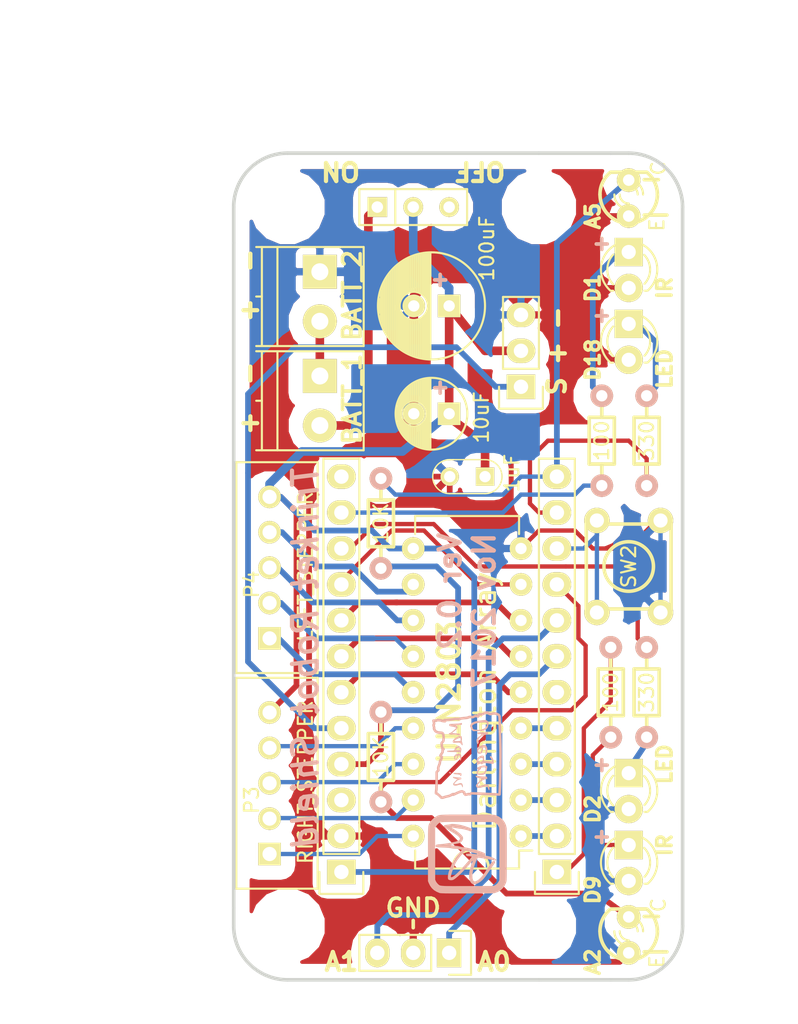
<source format=kicad_pcb>
(kicad_pcb (version 4) (host pcbnew 4.0.7)
  (title_block (title "OSH Park Badge") (company www.MakersBox.us) (comment 1 "K. Olsen"))
  (layers (0 F.Cu signal) (31 B.Cu signal) (34 B.Paste user) (35 F.Paste user) (36 B.SilkS user) (37 F.SilkS user) (38 B.Mask user) (39 F.Mask user) (44 Edge.Cuts user))
  (net 0 "")
  (net 1 GND)
  (net 2 /VBAT)
  (net 3 /D10)
  (net 4 /D11)
  (net 5 /D12)
  (net 6 /D13)
  (net 7 /D8)
  (net 8 /D4)
  (net 9 /D3)
  (net 10 "Net-(P3-Pad2)")
  (net 11 "Net-(P3-Pad1)")
  (net 12 "Net-(P4-Pad2)")
  (net 13 "Net-(P4-Pad1)")
  (net 14 "Net-(P5-Pad2)")
  (net 15 "Net-(P6-Pad2)")
  (net 16 "Net-(P3-Pad3)")
  (net 17 "Net-(P3-Pad4)")
  (net 18 "Net-(P4-Pad3)")
  (net 19 "Net-(P4-Pad4)")
  (net 20 /A4)
  (net 21 /A5)
  (net 22 /A0)
  (net 23 /A1)
  (net 24 /D6)
  (net 25 /D5)
  (net 26 "Net-(D2-Pad2)")
  (net 27 "Net-(D3-Pad2)")
  (net 28 "Net-(D4-Pad2)")
  (net 29 "Net-(D5-Pad2)")
  (net 30 /D9)
  (net 31 /A2)
  (net 32 /A3)
  (net 33 /3V3)
  (net 34 /D1)
  (net 35 /AREF)
  (net 36 /VBUS)
  (net 37 /D0)
  (net 38 /RST)
  (module myFootPrints:Lego_Pad (layer F.Cu) (at 125.73 114.3)
    (fp_text reference P9 hide)
    (fp_text value CONN_01X01 hide)
    (pad "" np_thru_hole circle (at 0 0) (size 3.25 3.25) (drill 3.25) (layers *.Cu *.Mask))
  )
  (module myFootPrints:Lego_Pad (layer F.Cu) (at 143.51 114.3)
    (fp_text reference P9 hide)
    (fp_text value CONN_01X01 hide)
    (pad "" np_thru_hole circle (at 0 0) (size 3.25 3.25) (drill 3.25) (layers *.Cu *.Mask))
  )
  (module myFootPrints:Lego_Pad (layer F.Cu) (at 143.51 63.5)
    (fp_text reference P9 hide)
    (fp_text value CONN_01X01 hide)
    (pad "" np_thru_hole circle (at 0 0) (size 3.25 3.25) (drill 3.25) (layers *.Cu *.Mask))
  )
  (module myFootPrints:Lego_Pad (layer F.Cu) (at 125.73 63.5)
    (fp_text reference P9 hide)
    (fp_text value CONN_01X01 hide)
    (pad "" np_thru_hole circle (at 0 0) (size 3.25 3.25) (drill 3.25) (layers *.Cu *.Mask))
  )
  (module myFootPrints:MadeInOregonRev25 (layer F.Cu) (at 138.43 102.235 90)
    (fp_text reference VAL hide)
    (fp_text value MadeInOregonRev25 hide)
  )
  (module myFootPrints:MB225rev (layer F.Cu) (at 138.43 109.22 90)
    (fp_text reference VAL hide)
    (fp_text value MB225rev hide)
  )
  (module footprints:C_Radial_D7.5_L11.2_P2.5 (layer F.Cu) (at 137.16 70.485 180)
    (fp_text reference C1 hide)
    (fp_text value 100uF (at -2.667 4.064 270) (layer F.SilkS))
    (pad 2 thru_hole circle (at 2.5 0 180) (size 1.6 1.6) (drill 0.8) (layers *.Cu *.Mask F.SilkS) (net 1 GND))
    (pad 1 thru_hole rect (at 0 0 180) (size 1.6 1.6) (drill 0.8) (layers *.Cu *.Mask F.SilkS) (net 2 /VBAT))
  )
  (module footprints:C_Radial_D5_L11_P2.5 (layer F.Cu) (at 137.16 78.105 180)
    (fp_text reference C2 hide)
    (fp_text value 10uF (at -2.286 -0.254 270) (layer F.SilkS))
    (pad 1 thru_hole rect (at 0 0 180) (size 1.6 1.6) (drill 0.8) (layers *.Cu *.Mask F.SilkS) (net 2 /VBAT))
    (pad 2 thru_hole circle (at 2.5 0 180) (size 1.6 1.6) (drill 0.8) (layers *.Cu *.Mask F.SilkS) (net 1 GND))
  )
  (module footprints:C_Disc_D3_P2.5 (layer F.Cu) (at 139.7 82.55 180)
    (fp_text reference C3 hide)
    (fp_text value 1uF (at -1.905 0.254 270) (layer F.SilkS))
    (pad 1 thru_hole rect (at 0 0 180) (size 1.3 1.3) (drill 0.8) (layers *.Cu *.Mask F.SilkS) (net 2 /VBAT))
    (pad 2 thru_hole circle (at 2.5 0 180) (size 1.3 1.3) (drill 0.8001) (layers *.Cu *.Mask F.SilkS) (net 1 GND))
  )
  (module footprints:LED-3MM (layer F.Cu) (at 149.86 111.125 90)
    (fp_text reference D2 hide)
    (fp_text value IR_LED)
    (pad 1 thru_hole circle (at 0 0 180) (size 2 2) (drill 1.00076) (layers *.Cu *.Mask F.SilkS) (net 1 GND))
    (pad 2 thru_hole rect (at 2.54 0 90) (size 2 2) (drill 1.00076) (layers *.Cu *.Mask F.SilkS) (net 26 "Net-(D2-Pad2)"))
  )
  (module footprints:LED-3MM (layer F.Cu) (at 149.86 74.295 90)
    (fp_text reference D3 hide)
    (fp_text value LED)
    (pad 1 thru_hole circle (at 0 0 180) (size 2 2) (drill 1.00076) (layers *.Cu *.Mask F.SilkS) (net 1 GND))
    (pad 2 thru_hole rect (at 2.54 0 90) (size 2 2) (drill 1.00076) (layers *.Cu *.Mask F.SilkS) (net 27 "Net-(D3-Pad2)"))
  )
  (module footprints:LED-3MM (layer F.Cu) (at 149.86 106.045 90)
    (fp_text reference D4 hide)
    (fp_text value LED)
    (pad 1 thru_hole circle (at 0 0 180) (size 2 2) (drill 1.00076) (layers *.Cu *.Mask F.SilkS) (net 1 GND))
    (pad 2 thru_hole rect (at 2.54 0 90) (size 2 2) (drill 1.00076) (layers *.Cu *.Mask F.SilkS) (net 28 "Net-(D4-Pad2)"))
  )
  (module footprints:LED-3MM (layer F.Cu) (at 149.86 69.215 90)
    (fp_text reference D5 hide)
    (fp_text value "IR LED")
    (pad 1 thru_hole circle (at 0 0 180) (size 2 2) (drill 1.00076) (layers *.Cu *.Mask F.SilkS) (net 1 GND))
    (pad 2 thru_hole rect (at 2.54 0 90) (size 2 2) (drill 1.00076) (layers *.Cu *.Mask F.SilkS) (net 29 "Net-(D5-Pad2)"))
  )
  (module footprints:Pin_Header_Straight_1x12 (layer F.Cu) (at 144.78 110.49 180)
    (fp_text reference P1 hide)
    (fp_text value TRINKET_LEFT)
    (pad 1 thru_hole rect (at 0 0 180) (size 2.032 1.7272) (drill 1.016) (layers *.Cu *.Mask F.SilkS) (net 30 /D9))
    (pad 2 thru_hole oval (at 0 2.54 180) (size 2.032 1.7272) (drill 1.016) (layers *.Cu *.Mask F.SilkS) (net 3 /D10))
    (pad 3 thru_hole oval (at 0 5.08 180) (size 2.032 1.7272) (drill 1.016) (layers *.Cu *.Mask F.SilkS) (net 4 /D11))
    (pad 4 thru_hole oval (at 0 7.62 180) (size 2.032 1.7272) (drill 1.016) (layers *.Cu *.Mask F.SilkS) (net 5 /D12))
    (pad 5 thru_hole oval (at 0 10.16 180) (size 2.032 1.7272) (drill 1.016) (layers *.Cu *.Mask F.SilkS) (net 6 /D13))
    (pad 6 thru_hole oval (at 0 12.7 180) (size 2.032 1.7272) (drill 1.016) (layers *.Cu *.Mask F.SilkS) (net 35 /AREF))
    (pad 7 thru_hole oval (at 0 15.24 180) (size 2.032 1.7272) (drill 1.016) (layers *.Cu *.Mask F.SilkS) (net 22 /A0))
    (pad 8 thru_hole oval (at 0 17.78 180) (size 2.032 1.7272) (drill 1.016) (layers *.Cu *.Mask F.SilkS) (net 23 /A1))
    (pad 9 thru_hole oval (at 0 20.32 180) (size 2.032 1.7272) (drill 1.016) (layers *.Cu *.Mask F.SilkS) (net 31 /A2))
    (pad 10 thru_hole oval (at 0 22.86 180) (size 2.032 1.7272) (drill 1.016) (layers *.Cu *.Mask F.SilkS) (net 32 /A3))
    (pad 11 thru_hole oval (at 0 25.4 180) (size 2.032 1.7272) (drill 1.016) (layers *.Cu *.Mask F.SilkS) (net 20 /A4))
    (pad 12 thru_hole oval (at 0 27.94 180) (size 2.032 1.7272) (drill 1.016) (layers *.Cu *.Mask F.SilkS) (net 21 /A5))
  )
  (module footprints:Pin_Header_Straight_1x12 (layer F.Cu) (at 129.54 110.49 180)
    (fp_text reference P2 hide)
    (fp_text value TRINKET_RIGHT)
    (pad 1 thru_hole rect (at 0 0 180) (size 2.032 1.7272) (drill 1.016) (layers *.Cu *.Mask F.SilkS) (net 2 /VBAT))
    (pad 2 thru_hole oval (at 0 2.54 180) (size 2.032 1.7272) (drill 1.016) (layers *.Cu *.Mask F.SilkS) (net 1 GND))
    (pad 3 thru_hole oval (at 0 5.08 180) (size 2.032 1.7272) (drill 1.016) (layers *.Cu *.Mask F.SilkS) (net 36 /VBUS))
    (pad 4 thru_hole oval (at 0 7.62 180) (size 2.032 1.7272) (drill 1.016) (layers *.Cu *.Mask F.SilkS) (net 33 /3V3))
    (pad 5 thru_hole oval (at 0 10.16 180) (size 2.032 1.7272) (drill 1.016) (layers *.Cu *.Mask F.SilkS) (net 7 /D8))
    (pad 6 thru_hole oval (at 0 12.7 180) (size 2.032 1.7272) (drill 1.016) (layers *.Cu *.Mask F.SilkS) (net 24 /D6))
    (pad 7 thru_hole oval (at 0 15.24 180) (size 2.032 1.7272) (drill 1.016) (layers *.Cu *.Mask F.SilkS) (net 25 /D5))
    (pad 8 thru_hole oval (at 0 17.78 180) (size 2.032 1.7272) (drill 1.016) (layers *.Cu *.Mask F.SilkS) (net 8 /D4))
    (pad 9 thru_hole oval (at 0 20.32 180) (size 2.032 1.7272) (drill 1.016) (layers *.Cu *.Mask F.SilkS) (net 9 /D3))
    (pad 10 thru_hole oval (at 0 22.86 180) (size 2.032 1.7272) (drill 1.016) (layers *.Cu *.Mask F.SilkS) (net 34 /D1))
    (pad 11 thru_hole oval (at 0 25.4 180) (size 2.032 1.7272) (drill 1.016) (layers *.Cu *.Mask F.SilkS) (net 37 /D0))
    (pad 12 thru_hole oval (at 0 27.94 180) (size 2.032 1.7272) (drill 1.016) (layers *.Cu *.Mask F.SilkS) (net 38 /RST))
  )
  (module footprints:Pin_Header_Straight_1x03 (layer F.Cu) (at 142.24 76.2 180)
    (fp_text reference P7 hide)
    (fp_text value SERVO hide)
    (pad 1 thru_hole rect (at 0 0 180) (size 2.032 1.7272) (drill 1.016) (layers *.Cu *.Mask F.SilkS) (net 7 /D8))
    (pad 2 thru_hole oval (at 0 2.54 180) (size 2.032 1.7272) (drill 1.016) (layers *.Cu *.Mask F.SilkS) (net 2 /VBAT))
    (pad 3 thru_hole oval (at 0 5.08 180) (size 2.032 1.7272) (drill 1.016) (layers *.Cu *.Mask F.SilkS) (net 1 GND))
  )
  (module footprints:Pin_Header_Straight_1x03 (layer F.Cu) (at 137.16 116.205 270)
    (fp_text reference P8 hide)
    (fp_text value "A5 - A1" hide)
    (pad 1 thru_hole rect (at 0 0 270) (size 2.032 1.7272) (drill 1.016) (layers *.Cu *.Mask F.SilkS) (net 22 /A0))
    (pad 2 thru_hole oval (at 0 2.54 270) (size 2.032 1.7272) (drill 1.016) (layers *.Cu *.Mask F.SilkS) (net 1 GND))
    (pad 3 thru_hole oval (at 0 5.08 270) (size 2.032 1.7272) (drill 1.016) (layers *.Cu *.Mask F.SilkS) (net 23 /A1))
  )
  (module footprints:PHOTOTRANS (layer F.Cu) (at 149.86 62.865 90)
    (fp_text reference Q1 hide)
    (fp_text value OPTO_NPN hide)
    (fp_text user E (at -1.9 2 90) (layer F.SilkS))
    (fp_text user C (at 2.1 2.1 90) (layer F.SilkS))
    (pad 1 thru_hole circle (at -1.27 0 90) (size 1.6764 1.6764) (drill 0.8128) (layers *.Cu *.Mask F.SilkS) (net 1 GND))
    (pad 3 thru_hole circle (at 1.27 0 135) (size 1.6764 1.6764) (drill 0.8128) (layers *.Cu *.Mask F.SilkS) (net 21 /A5))
  )
  (module footprints:PHOTOTRANS (layer F.Cu) (at 149.86 114.935 90)
    (fp_text reference Q2 hide)
    (fp_text value OPTO_NPN hide)
    (fp_text user E (at -1.9 2 90) (layer F.SilkS))
    (fp_text user C (at 2.1 2.1 90) (layer F.SilkS))
    (pad 1 thru_hole circle (at -1.27 0 90) (size 1.6764 1.6764) (drill 0.8128) (layers *.Cu *.Mask F.SilkS) (net 1 GND))
    (pad 3 thru_hole circle (at 1.27 0 135) (size 1.6764 1.6764) (drill 0.8128) (layers *.Cu *.Mask F.SilkS) (net 31 /A2))
  )
  (module footprints:Resistor_Horz (layer F.Cu) (at 148.59 97.79 270)
    (fp_text reference R2)
    (fp_text value 100 (at 0 0 270) (layer F.SilkS))
    (pad 1 thru_hole circle (at -3.175 0 270) (size 1.6 1.6) (drill 0.8) (layers *.Cu *.SilkS *.Mask) (net 30 /D9))
    (pad 2 thru_hole circle (at 3.175 0 270) (size 1.6 1.6) (drill 0.8) (layers *.Cu *.SilkS *.Mask) (net 26 "Net-(D2-Pad2)"))
  )
  (module footprints:Resistor_Horz (layer F.Cu) (at 151.13 80.01 90)
    (fp_text reference R3)
    (fp_text value 330 (at 0 0 90) (layer F.SilkS))
    (pad 1 thru_hole circle (at -3.175 0 90) (size 1.6 1.6) (drill 0.8) (layers *.Cu *.SilkS *.Mask) (net 20 /A4))
    (pad 2 thru_hole circle (at 3.175 0 90) (size 1.6 1.6) (drill 0.8) (layers *.Cu *.SilkS *.Mask) (net 27 "Net-(D3-Pad2)"))
  )
  (module footprints:Resistor_Horz (layer F.Cu) (at 151.13 97.79 270)
    (fp_text reference R4)
    (fp_text value 330 (at 0 0 270) (layer F.SilkS))
    (pad 1 thru_hole circle (at -3.175 0 270) (size 1.6 1.6) (drill 0.8) (layers *.Cu *.SilkS *.Mask) (net 34 /D1))
    (pad 2 thru_hole circle (at 3.175 0 270) (size 1.6 1.6) (drill 0.8) (layers *.Cu *.SilkS *.Mask) (net 28 "Net-(D4-Pad2)"))
  )
  (module footprints:Resistor_Horz (layer F.Cu) (at 147.955 80.01 90)
    (fp_text reference R5)
    (fp_text value 100 (at 0 0 90) (layer F.SilkS))
    (pad 1 thru_hole circle (at -3.175 0 90) (size 1.6 1.6) (drill 0.8) (layers *.Cu *.SilkS *.Mask) (net 37 /D0))
    (pad 2 thru_hole circle (at 3.175 0 90) (size 1.6 1.6) (drill 0.8) (layers *.Cu *.SilkS *.Mask) (net 29 "Net-(D5-Pad2)"))
  )
  (module footprints:Resistor_Horz (layer F.Cu) (at 132.334 102.362 270)
    (fp_text reference R6)
    (fp_text value 10K (at 0 0 270) (layer F.SilkS))
    (pad 1 thru_hole circle (at -3.175 0 270) (size 1.6 1.6) (drill 0.8) (layers *.Cu *.SilkS *.Mask) (net 33 /3V3))
    (pad 2 thru_hole circle (at 3.175 0 270) (size 1.6 1.6) (drill 0.8) (layers *.Cu *.SilkS *.Mask) (net 31 /A2))
  )
  (module footprints:Resistor_Horz (layer F.Cu) (at 132.334 85.852 90)
    (fp_text reference R7)
    (fp_text value 10K (at 0 0 90) (layer F.SilkS))
    (pad 1 thru_hole circle (at -3.175 0 90) (size 1.6 1.6) (drill 0.8) (layers *.Cu *.SilkS *.Mask) (net 33 /3V3))
    (pad 2 thru_hole circle (at 3.175 0 90) (size 1.6 1.6) (drill 0.8) (layers *.Cu *.SilkS *.Mask) (net 21 /A5))
  )
  (module footprints:SW_Micro_SPST (layer F.Cu) (at 134.62 63.5)
    (fp_text reference SW1 hide)
    (fp_text value SPST)
    (pad 1 thru_hole rect (at -2.54 0) (size 1.397 1.397) (drill 0.8128) (layers *.Cu *.Mask F.SilkS) (net 15 "Net-(P6-Pad2)"))
    (pad 2 thru_hole circle (at 0 0) (size 1.397 1.397) (drill 0.8128) (layers *.Cu *.Mask F.SilkS) (net 2 /VBAT))
    (pad 3 thru_hole circle (at 2.54 0) (size 1.397 1.397) (drill 0.8128) (layers *.Cu *.Mask F.SilkS))
  )
  (module footprints:SW_PUSH_SMALL (layer F.Cu) (at 149.86 88.9 90)
    (fp_text reference SW2 (at 0 0 90) (layer F.SilkS))
    (fp_text value SW_PUSH hide)
    (pad 1 thru_hole circle (at 3.25 -2.25 90) (size 1.8 1.8) (drill 1) (layers *.Cu *.Mask F.SilkS) (net 32 /A3))
    (pad 2 thru_hole circle (at 3.25 2.25 90) (size 1.8 1.8) (drill 1) (layers *.Cu *.Mask F.SilkS) (net 1 GND))
    (pad 1 thru_hole circle (at -3.25 -2.25 90) (size 1.8 1.8) (drill 1) (layers *.Cu *.Mask F.SilkS) (net 32 /A3))
    (pad 2 thru_hole circle (at -3.25 2.25 90) (size 1.8 1.8) (drill 1) (layers *.Cu *.Mask F.SilkS) (net 1 GND))
  )
  (module footprints:DIP-18_W7.62mm (layer F.Cu) (at 142.24 107.95 180)
    (fp_text reference U1 hide)
    (fp_text value ULN2803 (at 5.08 10.16 270) (layer F.SilkS) (effects (font (size 1.5 1.5) (thickness 0.3))))
    (pad 1 thru_hole oval (at 0 0 180) (size 1.6 1.6) (drill 0.8) (layers *.Cu *.Mask F.SilkS) (net 3 /D10))
    (pad 2 thru_hole oval (at 0 2.54 180) (size 1.6 1.6) (drill 0.8) (layers *.Cu *.Mask F.SilkS) (net 4 /D11))
    (pad 3 thru_hole oval (at 0 5.08 180) (size 1.6 1.6) (drill 0.8) (layers *.Cu *.Mask F.SilkS) (net 5 /D12))
    (pad 4 thru_hole oval (at 0 7.62 180) (size 1.6 1.6) (drill 0.8) (layers *.Cu *.Mask F.SilkS) (net 6 /D13))
    (pad 5 thru_hole oval (at 0 10.16 180) (size 1.6 1.6) (drill 0.8) (layers *.Cu *.Mask F.SilkS) (net 24 /D6))
    (pad 6 thru_hole oval (at 0 12.7 180) (size 1.6 1.6) (drill 0.8) (layers *.Cu *.Mask F.SilkS) (net 25 /D5))
    (pad 7 thru_hole oval (at 0 15.24 180) (size 1.6 1.6) (drill 0.8) (layers *.Cu *.Mask F.SilkS) (net 8 /D4))
    (pad 8 thru_hole oval (at 0 17.78 180) (size 1.6 1.6) (drill 0.8) (layers *.Cu *.Mask F.SilkS) (net 9 /D3))
    (pad 9 thru_hole oval (at 0 20.32 180) (size 1.6 1.6) (drill 0.8) (layers *.Cu *.Mask F.SilkS) (net 1 GND))
    (pad 10 thru_hole oval (at 7.62 20.32 180) (size 1.6 1.6) (drill 0.8) (layers *.Cu *.Mask F.SilkS) (net 2 /VBAT))
    (pad 11 thru_hole oval (at 7.62 17.78 180) (size 1.6 1.6) (drill 0.8) (layers *.Cu *.Mask F.SilkS) (net 19 "Net-(P4-Pad4)"))
    (pad 12 thru_hole oval (at 7.62 15.24 180) (size 1.6 1.6) (drill 0.8) (layers *.Cu *.Mask F.SilkS) (net 18 "Net-(P4-Pad3)"))
    (pad 13 thru_hole oval (at 7.62 12.7 180) (size 1.6 1.6) (drill 0.8) (layers *.Cu *.Mask F.SilkS) (net 12 "Net-(P4-Pad2)"))
    (pad 14 thru_hole oval (at 7.62 10.16 180) (size 1.6 1.6) (drill 0.8) (layers *.Cu *.Mask F.SilkS) (net 13 "Net-(P4-Pad1)"))
    (pad 15 thru_hole oval (at 7.62 7.62 180) (size 1.6 1.6) (drill 0.8) (layers *.Cu *.Mask F.SilkS) (net 17 "Net-(P3-Pad4)"))
    (pad 16 thru_hole oval (at 7.62 5.08 180) (size 1.6 1.6) (drill 0.8) (layers *.Cu *.Mask F.SilkS) (net 16 "Net-(P3-Pad3)"))
    (pad 17 thru_hole oval (at 7.62 2.54 180) (size 1.6 1.6) (drill 0.8) (layers *.Cu *.Mask F.SilkS) (net 10 "Net-(P3-Pad2)"))
    (pad 18 thru_hole oval (at 7.62 0 180) (size 1.6 1.6) (drill 0.8) (layers *.Cu *.Mask F.SilkS) (net 11 "Net-(P3-Pad1)"))
  )
  (module footprints:JST_B5B-XH-A (layer F.Cu) (at 124.46 109.22 90)
    (fp_text reference P3 (at 3.81 -1.27 90) (layer F.SilkS))
    (fp_text value RIGHT_STEPPER (at 5.08 2.54 90) (layer F.SilkS))
    (pad 1 thru_hole rect (at 0 0 90) (size 1.6 1.6) (drill 1) (layers *.Cu *.Mask F.SilkS) (net 11 "Net-(P3-Pad1)"))
    (pad 2 thru_hole circle (at 2.5 0 90) (size 1.6 1.6) (drill 1) (layers *.Cu *.Mask F.SilkS) (net 10 "Net-(P3-Pad2)"))
    (pad 3 thru_hole circle (at 5 0 90) (size 1.6 1.6) (drill 1) (layers *.Cu *.Mask F.SilkS) (net 16 "Net-(P3-Pad3)"))
    (pad 4 thru_hole circle (at 7.5 0 90) (size 1.6 1.6) (drill 1) (layers *.Cu *.Mask F.SilkS) (net 17 "Net-(P3-Pad4)"))
    (pad 5 thru_hole circle (at 10 0 90) (size 1.6 1.6) (drill 1) (layers *.Cu *.Mask F.SilkS) (net 2 /VBAT))
  )
  (module footprints:JST_B5B-XH-A (layer F.Cu) (at 124.46 93.98 90)
    (fp_text reference P4 (at 3.81 -1.27 90) (layer F.SilkS))
    (fp_text value LEFT_STEPPER (at 5.08 2.54 90) (layer F.SilkS))
    (pad 1 thru_hole rect (at 0 0 90) (size 1.6 1.6) (drill 1) (layers *.Cu *.Mask F.SilkS) (net 13 "Net-(P4-Pad1)"))
    (pad 2 thru_hole circle (at 2.5 0 90) (size 1.6 1.6) (drill 1) (layers *.Cu *.Mask F.SilkS) (net 12 "Net-(P4-Pad2)"))
    (pad 3 thru_hole circle (at 5 0 90) (size 1.6 1.6) (drill 1) (layers *.Cu *.Mask F.SilkS) (net 18 "Net-(P4-Pad3)"))
    (pad 4 thru_hole circle (at 7.5 0 90) (size 1.6 1.6) (drill 1) (layers *.Cu *.Mask F.SilkS) (net 19 "Net-(P4-Pad4)"))
    (pad 5 thru_hole circle (at 10 0 90) (size 1.6 1.6) (drill 1) (layers *.Cu *.Mask F.SilkS) (net 2 /VBAT))
  )
  (module footprints:TerminalBlock_Pheonix_PT-3.5mm_2pol (layer F.Cu) (at 128.016 68.072 270)
    (fp_text reference P5 hide)
    (fp_text value BATT1)
    (pad 2 thru_hole circle (at 3.5 0 270) (size 2.4 2.4) (drill 1.2) (layers *.Cu *.Mask F.SilkS) (net 14 "Net-(P5-Pad2)"))
    (pad 1 thru_hole rect (at 0 0 270) (size 2.4 2.4) (drill 1.2) (layers *.Cu *.Mask F.SilkS) (net 1 GND))
  )
  (module footprints:TerminalBlock_Pheonix_PT-3.5mm_2pol (layer F.Cu) (at 128.016 75.438 270)
    (fp_text reference P6 hide)
    (fp_text value BATT2)
    (pad 2 thru_hole circle (at 3.5 0 270) (size 2.4 2.4) (drill 1.2) (layers *.Cu *.Mask F.SilkS) (net 15 "Net-(P6-Pad2)"))
    (pad 1 thru_hole rect (at 0 0 270) (size 2.4 2.4) (drill 1.2) (layers *.Cu *.Mask F.SilkS) (net 14 "Net-(P5-Pad2)"))
  )
  (gr_text "Darlington Array" (at 139.7 98.425 90) (layer F.SilkS) (effects (font (size 1.5 1.5) (thickness 0.2))))
  (gr_text + (at 136.525 76.2) (layer B.SilkS) (effects (font (size 1 1) (thickness 0.25)) (justify mirror)))
  (gr_text + (at 136.525 68.58) (layer B.SilkS) (effects (font (size 1 1) (thickness 0.25)) (justify mirror)))
  (gr_text + (at 147.955 71.12) (layer B.SilkS) (effects (font (size 1 1) (thickness 0.25)) (justify mirror)))
  (gr_text + (at 147.955 66.04) (layer B.SilkS) (effects (font (size 1 1) (thickness 0.25)) (justify mirror)))
  (gr_text + (at 147.955 102.87) (layer B.SilkS) (effects (font (size 1 1) (thickness 0.25)) (justify mirror)))
  (gr_text + (at 147.955 107.95) (layer B.SilkS) (effects (font (size 1 1) (thickness 0.25)) (justify mirror)))
  (gr_text A5 (at 147.32 64.135 90) (layer F.SilkS) (effects (font (size 1 1) (thickness 0.25))))
  (gr_text D1 (at 147.32 69.215 90) (layer F.SilkS) (effects (font (size 1 1) (thickness 0.25))))
  (gr_text D18 (at 147.32 74.295 90) (layer F.SilkS) (effects (font (size 1 1) (thickness 0.25))))
  (gr_text D2 (at 147.32 106.045 90) (layer F.SilkS) (effects (font (size 1 1) (thickness 0.25))))
  (gr_text D9 (at 147.32 111.76 90) (layer F.SilkS) (effects (font (size 1 1) (thickness 0.25))))
  (gr_text A2 (at 147.32 116.84 90) (layer F.SilkS) (effects (font (size 1 1) (thickness 0.25))))
  (gr_line (start 148.59 59.69) (end 149.86 59.69) (angle 90) (layer Edge.Cuts) (width 0.254))
  (gr_line (start 148.59 118.11) (end 149.86 118.11) (angle 90) (layer Edge.Cuts) (width 0.254))
  (gr_text + (at 147.955 107.95) (layer F.SilkS) (effects (font (size 1.016 1.016) (thickness 0.254))))
  (gr_text + (at 147.955 102.87) (layer F.SilkS) (effects (font (size 1.016 1.016) (thickness 0.254))))
  (gr_text + (at 136.525 76.2) (layer F.SilkS) (effects (font (size 1.016 1.016) (thickness 0.254))))
  (gr_text + (at 136.525 68.58) (layer F.SilkS) (effects (font (size 1.016 1.016) (thickness 0.254))))
  (gr_text + (at 147.955 66.04) (layer F.SilkS) (effects (font (size 1.016 1.016) (thickness 0.254))))
  (gr_text + (at 147.955 71.12) (layer F.SilkS) (effects (font (size 1.016 1.016) (thickness 0.254))))
  (gr_text LED (at 152.4 74.93 90) (layer F.SilkS) (effects (font (size 1.016 1.016) (thickness 0.254))))
  (gr_text IR (at 152.4 69.215 90) (layer F.SilkS) (effects (font (size 1.016 1.016) (thickness 0.254))))
  (gr_text LED (at 152.4 102.87 90) (layer F.SilkS) (effects (font (size 1.016 1.016) (thickness 0.254))))
  (gr_text IR (at 152.4 108.585 90) (layer F.SilkS) (effects (font (size 1.016 1.016) (thickness 0.254))))
  (gr_line (start 143.51 59.69) (end 148.59 59.69) (angle 90) (layer Edge.Cuts) (width 0.254))
  (gr_line (start 143.51 118.11) (end 148.59 118.11) (angle 90) (layer Edge.Cuts) (width 0.254))
  (gr_line (start 153.67 114.3) (end 153.67 63.5) (angle 90) (layer Edge.Cuts) (width 0.254))
  (gr_text A0 (at 140.335 116.84) (layer F.SilkS) (effects (font (size 1.27 1.27) (thickness 0.3))))
  (gr_text A1 (at 129.54 116.84) (layer F.SilkS) (effects (font (size 1.27 1.27) (thickness 0.3))))
  (gr_line (start 134.62 114.427) (end 134.62 113.919) (angle 90) (layer F.SilkS) (width 0.254))
  (gr_text "BATT_1 BATT_2" (at 130.302 73.406 90) (layer F.SilkS) (effects (font (size 1.25 1.25) (thickness 0.25))))
  (gr_text "Ver 0.2\nNov 2017" (at 138.43 86.36 90) (layer B.SilkS) (effects (font (size 1.5 1.5) (thickness 0.3)) (justify left mirror)))
  (gr_text "Trinket Robot Shield" (at 127 95.25 90) (layer B.SilkS) (effects (font (size 1.75 1.75) (thickness 0.3) italic) (justify mirror)))
  (gr_text GND (at 134.62 113.03) (layer F.SilkS) (effects (font (size 1.27 1.27) (thickness 0.254))))
  (gr_text "S + -" (at 144.78 73.66 90) (layer F.SilkS) (effects (font (size 1.25 1.25) (thickness 0.3))))
  (gr_line (start 143.51 59.69) (end 125.73 59.69) (angle 90) (layer Edge.Cuts) (width 0.254))
  (gr_line (start 121.92 66.04) (end 121.92 63.5) (angle 90) (layer Edge.Cuts) (width 0.254))
  (gr_line (start 121.92 114.3) (end 121.92 113.03) (angle 90) (layer Edge.Cuts) (width 0.254))
  (gr_line (start 125.73 118.11) (end 143.51 118.11) (angle 90) (layer Edge.Cuts) (width 0.254))
  (gr_arc (start 149.86 114.3) (end 153.67 114.3) (angle 90) (layer Edge.Cuts) (width 0.254))
  (gr_arc (start 125.73 114.3) (end 125.73 118.11) (angle 90) (layer Edge.Cuts) (width 0.254))
  (gr_arc (start 149.86 63.5) (end 149.86 59.69) (angle 90) (layer Edge.Cuts) (width 0.254))
  (gr_arc (start 125.73 63.5) (end 121.92 63.5) (angle 90) (layer Edge.Cuts) (width 0.254))
  (gr_text "-  +   -  +" (at 123.19 73.025 270) (layer F.SilkS) (effects (font (size 1.27 1.27) (thickness 0.3))))
  (gr_text "OFF       ON" (at 134.62 60.96 180) (layer F.SilkS) (effects (font (size 1.27 1.27) (thickness 0.3))))
  (gr_line (start 121.92 113.03) (end 121.92 66.04) (angle 90) (layer Edge.Cuts) (width 0.254))
  (segment (start 127.762 81.026) (end 134.366 81.026) (width 0.3048) (layer F.Cu) (net 1))
  (segment (start 128.651 107.95) (end 127.254 106.553) (width 0.4064) (layer F.Cu) (net 1))
  (segment (start 127.254 106.553) (end 127.254 81.534) (width 0.4064) (layer F.Cu) (net 1))
  (segment (start 127.254 81.534) (end 127.762 81.026) (width 0.4064) (layer F.Cu) (net 1))
  (segment (start 134.366 81.026) (end 135.255 81.915) (width 0.3048) (layer F.Cu) (net 1))
  (segment (start 134.66 78.105) (end 134.66 81.32) (width 0.4064) (layer F.Cu) (net 1))
  (segment (start 134.66 81.32) (end 135.255 81.915) (width 0.4064) (layer F.Cu) (net 1))
  (segment (start 135.89 82.55) (end 137.2 82.55) (width 0.4064) (layer F.Cu) (net 1))
  (segment (start 135.255 81.915) (end 135.89 82.55) (width 0.4064) (layer F.Cu) (net 1))
  (segment (start 142.24 87.63) (end 140.335 87.63) (width 0.4064) (layer F.Cu) (net 1))
  (segment (start 140.335 87.63) (end 137.2 84.495) (width 0.4064) (layer F.Cu) (net 1))
  (segment (start 137.2 84.495) (end 137.2 82.55) (width 0.4064) (layer F.Cu) (net 1))
  (segment (start 137.2 82.55) (end 137.2 82.59) (width 0.4064) (layer F.Cu) (net 1))
  (segment (start 152.11 85.65) (end 151.84 85.65) (width 0.3048) (layer F.Cu) (net 1))
  (segment (start 151.84 85.65) (end 149.86 87.63) (width 0.3048) (layer F.Cu) (net 1))
  (segment (start 149.86 87.63) (end 147.32 87.63) (width 0.3048) (layer F.Cu) (net 1))
  (segment (start 147.32 87.63) (end 146.05 86.36) (width 0.3048) (layer F.Cu) (net 1))
  (segment (start 146.05 86.36) (end 143.51 86.36) (width 0.3048) (layer F.Cu) (net 1))
  (segment (start 143.51 86.36) (end 142.24 87.63) (width 0.3048) (layer F.Cu) (net 1))
  (segment (start 152.11 92.15) (end 152.11 85.65) (width 0.3048) (layer B.Cu) (net 1))
  (segment (start 149.86 69.215) (end 148.59 69.215) (width 0.4064) (layer F.Cu) (net 1))
  (segment (start 148.59 74.295) (end 149.86 74.295) (width 0.4064) (layer F.Cu) (net 1))
  (segment (start 147.32 73.025) (end 148.59 74.295) (width 0.4064) (layer F.Cu) (net 1))
  (segment (start 147.32 70.485) (end 147.32 73.025) (width 0.4064) (layer F.Cu) (net 1))
  (segment (start 148.59 69.215) (end 147.32 70.485) (width 0.4064) (layer F.Cu) (net 1))
  (segment (start 149.86 64.135) (end 148.59 64.135) (width 0.4064) (layer F.Cu) (net 1))
  (segment (start 148.59 64.135) (end 143.51 69.215) (width 0.4064) (layer F.Cu) (net 1))
  (segment (start 142.24 71.12) (end 142.24 70.485) (width 0.4064) (layer F.Cu) (net 1))
  (segment (start 142.24 70.485) (end 143.51 69.215) (width 0.4064) (layer F.Cu) (net 1))
  (segment (start 143.51 69.215) (end 149.86 69.215) (width 0.4064) (layer F.Cu) (net 1))
  (segment (start 149.86 111.125) (end 148.59 111.125) (width 0.4064) (layer B.Cu) (net 1))
  (segment (start 148.59 111.125) (end 147.955 110.49) (width 0.4064) (layer B.Cu) (net 1))
  (segment (start 148.59 106.045) (end 149.86 106.045) (width 0.4064) (layer B.Cu) (net 1))
  (segment (start 147.955 106.68) (end 148.59 106.045) (width 0.4064) (layer B.Cu) (net 1))
  (segment (start 147.955 110.49) (end 147.955 106.68) (width 0.4064) (layer B.Cu) (net 1))
  (segment (start 149.86 116.205) (end 149.225 116.205) (width 0.4064) (layer B.Cu) (net 1))
  (segment (start 149.225 116.205) (end 147.955 114.935) (width 0.4064) (layer B.Cu) (net 1))
  (segment (start 147.955 111.76) (end 148.59 111.125) (width 0.4064) (layer B.Cu) (net 1))
  (segment (start 147.955 114.935) (end 147.955 111.76) (width 0.4064) (layer B.Cu) (net 1))
  (segment (start 134.62 116.205) (end 134.62 114.935) (width 0.4064) (layer F.Cu) (net 1))
  (segment (start 149.225 116.84) (end 149.86 116.205) (width 0.4064) (layer F.Cu) (net 1))
  (segment (start 141.605 116.84) (end 149.225 116.84) (width 0.4064) (layer F.Cu) (net 1))
  (segment (start 138.43 113.665) (end 141.605 116.84) (width 0.4064) (layer F.Cu) (net 1))
  (segment (start 135.89 113.665) (end 138.43 113.665) (width 0.4064) (layer F.Cu) (net 1))
  (segment (start 134.62 114.935) (end 135.89 113.665) (width 0.4064) (layer F.Cu) (net 1))
  (segment (start 134.66 78.105) (end 134.66 70.485) (width 0.6096) (layer F.Cu) (net 1))
  (segment (start 149.225 111.125) (end 149.86 111.125) (width 0.4064) (layer B.Cu) (net 1))
  (segment (start 142.24 70.485) (end 140.335 68.58) (width 0.6096) (layer F.Cu) (net 1))
  (segment (start 134.66 69.81) (end 134.66 70.485) (width 0.6096) (layer F.Cu) (net 1))
  (segment (start 135.89 68.58) (end 134.66 69.81) (width 0.6096) (layer F.Cu) (net 1))
  (segment (start 140.335 68.58) (end 135.89 68.58) (width 0.6096) (layer F.Cu) (net 1))
  (segment (start 134.66 70.485) (end 133.985 70.485) (width 0.6096) (layer B.Cu) (net 1))
  (segment (start 133.985 70.485) (end 130.937 68.072) (width 0.6096) (layer B.Cu) (net 1))
  (segment (start 130.937 68.072) (end 128.016 68.072) (width 0.6096) (layer B.Cu) (net 1))
  (segment (start 129.54 107.95) (end 128.651 107.95) (width 0.4064) (layer F.Cu) (net 1))
  (segment (start 134.62 113.665) (end 134.62 116.205) (width 0.4064) (layer F.Cu) (net 1))
  (segment (start 129.54 107.95) (end 131.699 107.95) (width 0.4064) (layer F.Cu) (net 1))
  (segment (start 134.62 110.871) (end 134.62 113.665) (width 0.4064) (layer F.Cu) (net 1))
  (segment (start 131.699 107.95) (end 134.62 110.871) (width 0.4064) (layer F.Cu) (net 1))
  (segment (start 129.54 110.49) (end 138.684 110.49) (width 0.4064) (layer B.Cu) (net 2))
  (segment (start 136.906 87.63) (end 134.62 87.63) (width 0.4064) (layer B.Cu) (net 2))
  (segment (start 138.938 89.662) (end 136.906 87.63) (width 0.4064) (layer B.Cu) (net 2))
  (segment (start 138.938 110.236) (end 138.938 89.662) (width 0.4064) (layer B.Cu) (net 2))
  (segment (start 138.684 110.49) (end 138.938 110.236) (width 0.4064) (layer B.Cu) (net 2))
  (segment (start 124.46 83.98) (end 124.46 83.058) (width 0.6096) (layer B.Cu) (net 2))
  (segment (start 133.858 80.772) (end 137.16 78.105) (width 0.6096) (layer B.Cu) (net 2))
  (segment (start 126.746 80.772) (end 133.858 80.772) (width 0.6096) (layer B.Cu) (net 2))
  (segment (start 124.46 83.058) (end 126.746 80.772) (width 0.6096) (layer B.Cu) (net 2))
  (segment (start 134.62 87.63) (end 135.128 87.63) (width 0.6096) (layer B.Cu) (net 2))
  (segment (start 137.16 78.105) (end 137.16 78.359) (width 0.6096) (layer F.Cu) (net 2))
  (segment (start 137.16 78.359) (end 139.7 80.264) (width 0.6096) (layer F.Cu) (net 2))
  (segment (start 139.7 80.264) (end 139.7 82.55) (width 0.6096) (layer F.Cu) (net 2))
  (segment (start 142.24 73.66) (end 139.7 73.66) (width 0.6096) (layer F.Cu) (net 2))
  (segment (start 139.7 73.66) (end 137.16 70.485) (width 0.6096) (layer F.Cu) (net 2))
  (segment (start 137.16 78.105) (end 137.16 70.485) (width 0.6096) (layer F.Cu) (net 2))
  (segment (start 137.16 70.485) (end 137.16 69.215) (width 0.6096) (layer B.Cu) (net 2))
  (segment (start 137.16 69.215) (end 134.62 66.675) (width 0.6096) (layer B.Cu) (net 2))
  (segment (start 134.62 66.675) (end 134.62 63.5) (width 0.6096) (layer B.Cu) (net 2))
  (segment (start 125.255 83.98) (end 126.365 85.09) (width 0.4064) (layer F.Cu) (net 2))
  (segment (start 126.365 97.315) (end 124.46 99.22) (width 0.4064) (layer F.Cu) (net 2))
  (segment (start 126.365 85.09) (end 126.365 97.315) (width 0.4064) (layer F.Cu) (net 2))
  (segment (start 132.969 87.63) (end 134.62 87.63) (width 0.4064) (layer B.Cu) (net 2))
  (segment (start 125.255 83.98) (end 127.635 86.36) (width 0.4064) (layer B.Cu) (net 2))
  (segment (start 127.635 86.36) (end 131.699 86.36) (width 0.4064) (layer B.Cu) (net 2))
  (segment (start 131.699 86.36) (end 132.969 87.63) (width 0.4064) (layer B.Cu) (net 2))
  (segment (start 129.54 110.49) (end 129.7 110.49) (width 0.4064) (layer B.Cu) (net 2))
  (segment (start 134.62 87.63) (end 135.382 87.63) (width 0.4064) (layer B.Cu) (net 2))
  (segment (start 134.62 87.63) (end 135.255 87.63) (width 0.4064) (layer B.Cu) (net 2))
  (segment (start 142.24 107.95) (end 144.78 107.95) (width 0.4064) (layer B.Cu) (net 3))
  (segment (start 142.24 105.41) (end 144.78 105.41) (width 0.4064) (layer B.Cu) (net 4))
  (segment (start 142.24 102.87) (end 144.78 102.87) (width 0.4064) (layer B.Cu) (net 5))
  (segment (start 142.24 100.33) (end 144.78 100.33) (width 0.4064) (layer B.Cu) (net 6))
  (segment (start 122.936 82.296) (end 122.936 76.708) (width 0.4064) (layer B.Cu) (net 7))
  (segment (start 122.936 95.504) (end 122.936 82.296) (width 0.4064) (layer B.Cu) (net 7))
  (segment (start 122.936 95.631) (end 127.635 100.33) (width 0.4064) (layer B.Cu) (net 7))
  (segment (start 129.54 100.33) (end 127.635 100.33) (width 0.4064) (layer B.Cu) (net 7))
  (segment (start 122.936 95.504) (end 122.936 95.631) (width 0.4064) (layer B.Cu) (net 7))
  (segment (start 140.462 76.2) (end 142.24 76.2) (width 0.4064) (layer B.Cu) (net 7))
  (segment (start 137.668 73.406) (end 140.462 76.2) (width 0.4064) (layer B.Cu) (net 7))
  (segment (start 126.238 73.406) (end 137.668 73.406) (width 0.4064) (layer B.Cu) (net 7))
  (segment (start 122.936 76.708) (end 126.238 73.406) (width 0.4064) (layer B.Cu) (net 7))
  (segment (start 133.477 91.44) (end 130.81 91.44) (width 0.4064) (layer F.Cu) (net 8))
  (segment (start 130.81 91.44) (end 129.54 92.71) (width 0.4064) (layer F.Cu) (net 8))
  (segment (start 142.24 92.71) (end 141.732 92.71) (width 0.4064) (layer F.Cu) (net 8))
  (segment (start 141.732 92.71) (end 140.462 91.44) (width 0.4064) (layer F.Cu) (net 8))
  (segment (start 140.462 91.44) (end 133.477 91.44) (width 0.4064) (layer F.Cu) (net 8))
  (segment (start 133.477 91.44) (end 133.35 91.44) (width 0.4064) (layer F.Cu) (net 8))
  (segment (start 142.24 90.17) (end 139.192 90.17) (width 0.3048) (layer F.Cu) (net 9))
  (segment (start 133.096 86.36) (end 129.54 89.916) (width 0.3048) (layer F.Cu) (net 9))
  (segment (start 135.382 86.36) (end 133.096 86.36) (width 0.3048) (layer F.Cu) (net 9))
  (segment (start 139.192 90.17) (end 135.382 86.36) (width 0.3048) (layer F.Cu) (net 9))
  (segment (start 129.54 89.916) (end 129.54 90.17) (width 0.3048) (layer F.Cu) (net 9))
  (segment (start 142.24 90.17) (end 141.732 90.17) (width 0.4064) (layer F.Cu) (net 9))
  (segment (start 132.08 106.68) (end 133.35 106.68) (width 0.3048) (layer B.Cu) (net 10))
  (segment (start 124.5 106.68) (end 132.08 106.68) (width 0.3048) (layer B.Cu) (net 10))
  (segment (start 133.35 106.68) (end 134.62 105.41) (width 0.3048) (layer B.Cu) (net 10))
  (segment (start 124.5 106.68) (end 124.46 106.72) (width 0.3048) (layer B.Cu) (net 10))
  (segment (start 134.62 107.95) (end 132.08 107.95) (width 0.3048) (layer B.Cu) (net 11))
  (segment (start 130.81 109.22) (end 124.46 109.22) (width 0.3048) (layer B.Cu) (net 11))
  (segment (start 132.08 107.95) (end 130.81 109.22) (width 0.3048) (layer B.Cu) (net 11))
  (segment (start 131.826 93.98) (end 133.35 93.98) (width 0.3048) (layer B.Cu) (net 12))
  (segment (start 131.826 93.98) (end 127.762 93.98) (width 0.4064) (layer B.Cu) (net 12))
  (segment (start 127.762 93.98) (end 125.262 91.48) (width 0.4064) (layer B.Cu) (net 12))
  (segment (start 124.46 91.48) (end 125.262 91.48) (width 0.4064) (layer B.Cu) (net 12))
  (segment (start 133.35 93.98) (end 134.62 95.25) (width 0.3048) (layer B.Cu) (net 12))
  (segment (start 124.46 93.98) (end 125.095 93.98) (width 0.4064) (layer B.Cu) (net 13))
  (segment (start 125.095 93.98) (end 127.635 96.52) (width 0.4064) (layer B.Cu) (net 13))
  (segment (start 127.635 96.52) (end 133.35 96.52) (width 0.4064) (layer B.Cu) (net 13))
  (segment (start 133.35 96.52) (end 134.62 97.79) (width 0.4064) (layer B.Cu) (net 13))
  (segment (start 128.016 75.438) (end 128.016 71.572) (width 0.6096) (layer F.Cu) (net 14))
  (segment (start 128.016 78.938) (end 129.977 78.938) (width 0.6096) (layer F.Cu) (net 15))
  (segment (start 131.445 77.47) (end 131.445 64.135) (width 0.6096) (layer F.Cu) (net 15))
  (segment (start 129.977 78.938) (end 131.445 77.47) (width 0.6096) (layer F.Cu) (net 15))
  (segment (start 131.445 64.135) (end 132.08 63.5) (width 0.6096) (layer F.Cu) (net 15))
  (segment (start 128.016 78.938) (end 128.834 78.938) (width 0.4064) (layer F.Cu) (net 15))
  (segment (start 134.62 102.87) (end 133.35 102.87) (width 0.3048) (layer B.Cu) (net 16))
  (segment (start 132.08 104.14) (end 124.54 104.14) (width 0.3048) (layer B.Cu) (net 16))
  (segment (start 133.35 102.87) (end 132.08 104.14) (width 0.3048) (layer B.Cu) (net 16))
  (segment (start 124.54 104.14) (end 124.46 104.22) (width 0.3048) (layer B.Cu) (net 16))
  (segment (start 134.62 100.33) (end 133.35 100.33) (width 0.3048) (layer B.Cu) (net 17))
  (segment (start 132.08 101.6) (end 124.58 101.6) (width 0.3048) (layer B.Cu) (net 17))
  (segment (start 133.35 100.33) (end 132.08 101.6) (width 0.3048) (layer B.Cu) (net 17))
  (segment (start 124.58 101.6) (end 124.46 101.72) (width 0.3048) (layer B.Cu) (net 17))
  (segment (start 124.46 88.98) (end 125.048 88.98) (width 0.4064) (layer B.Cu) (net 18))
  (segment (start 125.048 88.98) (end 127.508 91.44) (width 0.4064) (layer B.Cu) (net 18))
  (segment (start 133.477 92.71) (end 134.62 92.71) (width 0.4064) (layer B.Cu) (net 18))
  (segment (start 127.508 91.44) (end 132.207 91.44) (width 0.4064) (layer B.Cu) (net 18))
  (segment (start 132.207 91.44) (end 133.477 92.71) (width 0.4064) (layer B.Cu) (net 18))
  (segment (start 127.762 88.9) (end 130.302 88.9) (width 0.4064) (layer B.Cu) (net 19))
  (segment (start 127.762 88.9) (end 125.342 86.48) (width 0.4064) (layer B.Cu) (net 19))
  (segment (start 124.46 86.48) (end 125.342 86.48) (width 0.4064) (layer B.Cu) (net 19))
  (segment (start 132.08 90.678) (end 134.112 90.678) (width 0.4064) (layer B.Cu) (net 19))
  (segment (start 130.302 88.9) (end 132.08 90.678) (width 0.4064) (layer B.Cu) (net 19))
  (segment (start 134.112 90.678) (end 134.62 90.17) (width 0.4064) (layer B.Cu) (net 19))
  (segment (start 144.78 85.09) (end 143.51 85.09) (width 0.3048) (layer F.Cu) (net 20))
  (segment (start 151.13 81.28) (end 151.13 83.185) (width 0.3048) (layer F.Cu) (net 20))
  (segment (start 149.86 80.01) (end 151.13 81.28) (width 0.3048) (layer F.Cu) (net 20))
  (segment (start 144.145 80.01) (end 149.86 80.01) (width 0.3048) (layer F.Cu) (net 20))
  (segment (start 142.875 81.28) (end 144.145 80.01) (width 0.3048) (layer F.Cu) (net 20))
  (segment (start 142.875 84.455) (end 142.875 81.28) (width 0.3048) (layer F.Cu) (net 20))
  (segment (start 143.51 85.09) (end 142.875 84.455) (width 0.3048) (layer F.Cu) (net 20))
  (segment (start 132.334 82.677) (end 132.334 82.804) (width 0.3048) (layer B.Cu) (net 21))
  (segment (start 132.334 82.804) (end 133.35 83.82) (width 0.3048) (layer B.Cu) (net 21))
  (segment (start 133.35 83.82) (end 140.97 83.82) (width 0.3048) (layer B.Cu) (net 21))
  (segment (start 140.97 83.82) (end 142.24 82.55) (width 0.3048) (layer B.Cu) (net 21))
  (segment (start 142.24 82.55) (end 144.78 82.55) (width 0.3048) (layer B.Cu) (net 21))
  (segment (start 144.78 82.55) (end 144.78 66.04) (width 0.4064) (layer B.Cu) (net 21))
  (segment (start 144.78 66.04) (end 149.86 61.595) (width 0.4064) (layer B.Cu) (net 21))
  (segment (start 137.16 116.205) (end 137.16 114.808) (width 0.4064) (layer B.Cu) (net 22))
  (segment (start 143.51 96.52) (end 144.78 95.25) (width 0.4064) (layer B.Cu) (net 22))
  (segment (start 141.478 96.52) (end 143.51 96.52) (width 0.4064) (layer B.Cu) (net 22))
  (segment (start 140.716 97.282) (end 141.478 96.52) (width 0.4064) (layer B.Cu) (net 22))
  (segment (start 140.716 111.252) (end 140.716 97.282) (width 0.4064) (layer B.Cu) (net 22))
  (segment (start 137.16 114.808) (end 140.716 111.252) (width 0.4064) (layer B.Cu) (net 22))
  (segment (start 132.08 116.205) (end 132.08 114.3) (width 0.4064) (layer B.Cu) (net 23))
  (segment (start 143.51 93.98) (end 144.78 92.71) (width 0.4064) (layer B.Cu) (net 23))
  (segment (start 140.97 93.98) (end 143.51 93.98) (width 0.4064) (layer B.Cu) (net 23))
  (segment (start 139.954 94.996) (end 140.97 93.98) (width 0.4064) (layer B.Cu) (net 23))
  (segment (start 139.954 110.744) (end 139.954 94.996) (width 0.4064) (layer B.Cu) (net 23))
  (segment (start 137.16 113.538) (end 139.954 110.744) (width 0.4064) (layer B.Cu) (net 23))
  (segment (start 132.842 113.538) (end 137.16 113.538) (width 0.4064) (layer B.Cu) (net 23))
  (segment (start 132.08 114.3) (end 132.842 113.538) (width 0.4064) (layer B.Cu) (net 23))
  (segment (start 133.604 96.52) (end 130.81 96.52) (width 0.4064) (layer F.Cu) (net 24))
  (segment (start 130.81 96.52) (end 129.54 97.79) (width 0.4064) (layer F.Cu) (net 24))
  (segment (start 142.24 97.79) (end 141.351 97.79) (width 0.4064) (layer F.Cu) (net 24))
  (segment (start 140.081 96.52) (end 133.604 96.52) (width 0.4064) (layer F.Cu) (net 24))
  (segment (start 133.604 96.52) (end 133.477 96.52) (width 0.4064) (layer F.Cu) (net 24))
  (segment (start 141.351 97.79) (end 140.081 96.52) (width 0.4064) (layer F.Cu) (net 24))
  (segment (start 142.24 95.25) (end 141.605 95.25) (width 0.4064) (layer F.Cu) (net 25))
  (segment (start 141.605 95.25) (end 140.335 93.98) (width 0.4064) (layer F.Cu) (net 25))
  (segment (start 140.335 93.98) (end 130.81 93.98) (width 0.4064) (layer F.Cu) (net 25))
  (segment (start 130.81 93.98) (end 129.54 95.25) (width 0.4064) (layer F.Cu) (net 25))
  (segment (start 149.86 108.585) (end 147.955 108.585) (width 0.3048) (layer F.Cu) (net 26))
  (segment (start 147.32 102.235) (end 148.59 100.965) (width 0.3048) (layer F.Cu) (net 26))
  (segment (start 147.32 107.95) (end 147.32 102.235) (width 0.3048) (layer F.Cu) (net 26))
  (segment (start 147.955 108.585) (end 147.32 107.95) (width 0.3048) (layer F.Cu) (net 26))
  (segment (start 149.86 71.755) (end 150.495 71.755) (width 0.4064) (layer B.Cu) (net 27))
  (segment (start 150.495 71.755) (end 151.765 73.025) (width 0.4064) (layer B.Cu) (net 27))
  (segment (start 151.765 73.025) (end 151.765 76.2) (width 0.4064) (layer B.Cu) (net 27))
  (segment (start 151.765 76.2) (end 151.13 76.835) (width 0.4064) (layer B.Cu) (net 27))
  (segment (start 149.86 103.505) (end 149.86 103.251) (width 0.4064) (layer B.Cu) (net 28))
  (segment (start 149.86 103.251) (end 151.13 101.346) (width 0.4064) (layer B.Cu) (net 28))
  (segment (start 151.13 101.346) (end 151.13 100.965) (width 0.4064) (layer B.Cu) (net 28))
  (segment (start 147.32 76.2) (end 147.955 76.835) (width 0.4064) (layer B.Cu) (net 29))
  (segment (start 147.32 68.58) (end 147.32 76.2) (width 0.4064) (layer B.Cu) (net 29))
  (segment (start 149.225 66.675) (end 147.32 68.58) (width 0.4064) (layer B.Cu) (net 29))
  (segment (start 149.86 66.675) (end 149.225 66.675) (width 0.4064) (layer B.Cu) (net 29))
  (segment (start 144.78 110.49) (end 145.415 110.49) (width 0.3048) (layer F.Cu) (net 30))
  (segment (start 145.415 110.49) (end 146.685 109.22) (width 0.3048) (layer F.Cu) (net 30))
  (segment (start 148.59 98.425) (end 148.59 94.615) (width 0.3048) (layer F.Cu) (net 30))
  (segment (start 146.685 100.33) (end 148.59 98.425) (width 0.3048) (layer F.Cu) (net 30))
  (segment (start 146.685 109.22) (end 146.685 100.33) (width 0.3048) (layer F.Cu) (net 30))
  (segment (start 141.605 99.06) (end 145.796 99.06) (width 0.3048) (layer F.Cu) (net 31))
  (segment (start 132.334 104.521) (end 132.715 104.14) (width 0.3048) (layer F.Cu) (net 31))
  (segment (start 132.715 104.14) (end 136.525 104.14) (width 0.3048) (layer F.Cu) (net 31))
  (segment (start 136.525 104.14) (end 141.605 99.06) (width 0.3048) (layer F.Cu) (net 31))
  (segment (start 132.334 105.537) (end 132.334 104.521) (width 0.3048) (layer F.Cu) (net 31))
  (segment (start 146.304 91.694) (end 144.78 90.17) (width 0.3048) (layer F.Cu) (net 31))
  (segment (start 146.304 93.98) (end 146.304 91.694) (width 0.3048) (layer F.Cu) (net 31))
  (segment (start 146.812 94.488) (end 146.304 93.98) (width 0.3048) (layer F.Cu) (net 31))
  (segment (start 146.812 98.044) (end 146.812 94.488) (width 0.3048) (layer F.Cu) (net 31))
  (segment (start 145.796 99.06) (end 146.812 98.044) (width 0.3048) (layer F.Cu) (net 31))
  (segment (start 140.97 111.76) (end 141.224 112.014) (width 0.4064) (layer F.Cu) (net 31))
  (segment (start 140.97 111.76) (end 135.89 106.68) (width 0.4064) (layer F.Cu) (net 31))
  (segment (start 135.89 106.68) (end 133.477 106.68) (width 0.4064) (layer F.Cu) (net 31))
  (segment (start 132.334 105.537) (end 133.477 106.68) (width 0.4064) (layer F.Cu) (net 31))
  (segment (start 147.574 112.014) (end 149.86 113.665) (width 0.4064) (layer F.Cu) (net 31))
  (segment (start 141.224 112.014) (end 147.574 112.014) (width 0.4064) (layer F.Cu) (net 31))
  (segment (start 149.86 113.03) (end 149.86 113.665) (width 0.3048) (layer B.Cu) (net 31))
  (segment (start 147.61 92.15) (end 147.61 85.65) (width 0.3048) (layer B.Cu) (net 32))
  (segment (start 144.78 87.63) (end 146.685 87.63) (width 0.3048) (layer B.Cu) (net 32))
  (segment (start 147.61 86.705) (end 147.61 85.65) (width 0.3048) (layer B.Cu) (net 32))
  (segment (start 146.685 87.63) (end 147.61 86.705) (width 0.3048) (layer B.Cu) (net 32))
  (segment (start 129.54 102.87) (end 131.318 102.87) (width 0.4064) (layer F.Cu) (net 33))
  (segment (start 132.334 101.854) (end 132.334 99.187) (width 0.4064) (layer F.Cu) (net 33))
  (segment (start 131.318 102.87) (end 132.334 101.854) (width 0.4064) (layer F.Cu) (net 33))
  (segment (start 132.334 89.027) (end 132.969 89.027) (width 0.4064) (layer B.Cu) (net 33))
  (segment (start 132.969 89.027) (end 133.096 88.9) (width 0.4064) (layer B.Cu) (net 33))
  (segment (start 133.096 88.9) (end 136.271 88.9) (width 0.4064) (layer B.Cu) (net 33))
  (segment (start 136.271 88.9) (end 137.795 90.424) (width 0.4064) (layer B.Cu) (net 33))
  (segment (start 137.795 90.424) (end 137.795 97.409) (width 0.4064) (layer B.Cu) (net 33))
  (segment (start 137.795 97.409) (end 136.144 99.06) (width 0.4064) (layer B.Cu) (net 33))
  (segment (start 136.144 99.06) (end 132.461 99.06) (width 0.4064) (layer B.Cu) (net 33))
  (segment (start 132.461 99.06) (end 132.334 99.187) (width 0.4064) (layer B.Cu) (net 33))
  (segment (start 146.05 88.9) (end 149.225 88.9) (width 0.3048) (layer F.Cu) (net 34))
  (segment (start 145.415 88.9) (end 146.05 88.9) (width 0.3048) (layer F.Cu) (net 34))
  (segment (start 139.065 88.9) (end 145.415 88.9) (width 0.3048) (layer F.Cu) (net 34))
  (segment (start 136.067798 85.902798) (end 139.065 88.9) (width 0.3048) (layer F.Cu) (net 34))
  (segment (start 131.902202 85.902798) (end 136.067798 85.902798) (width 0.3048) (layer F.Cu) (net 34))
  (segment (start 130.175 87.63) (end 131.902202 85.902798) (width 0.3048) (layer F.Cu) (net 34))
  (segment (start 150.495 90.17) (end 150.495 93.98) (width 0.3048) (layer F.Cu) (net 34))
  (segment (start 149.225 88.9) (end 150.495 90.17) (width 0.3048) (layer F.Cu) (net 34))
  (segment (start 150.495 93.98) (end 151.13 94.615) (width 0.3048) (layer F.Cu) (net 34))
  (segment (start 129.54 87.63) (end 130.175 87.63) (width 0.3048) (layer F.Cu) (net 34))
  (segment (start 146.05 83.82) (end 146.685 83.185) (width 0.3048) (layer B.Cu) (net 37))
  (segment (start 140.97 85.09) (end 142.24 83.82) (width 0.3048) (layer B.Cu) (net 37))
  (segment (start 142.24 83.82) (end 146.05 83.82) (width 0.3048) (layer B.Cu) (net 37))
  (segment (start 129.54 85.09) (end 140.97 85.09) (width 0.3048) (layer B.Cu) (net 37))
  (segment (start 146.685 83.185) (end 147.955 83.185) (width 0.3048) (layer B.Cu) (net 37))
  (zone (net 1) (net_name GND) (layer F.Cu) (connect_pads (clearance 1)) (min_thickness 0.254) (fill yes (arc_segments 16) (thermal_gap 0.508) (thermal_bridge_width 0.508))
    (polygon (pts (xy 153.82 119.25) (xy 120.82 119.25) (xy 120.82 59.25) (xy 153.82 59.25)))
  )
  (zone (net 1) (net_name GND) (layer B.Cu) (connect_pads (clearance 1)) (min_thickness 0.254) (fill yes (arc_segments 16) (thermal_gap 0.508) (thermal_bridge_width 0.508))
    (polygon (pts (xy 154.82 121.25) (xy 119.82 121.25) (xy 119.82 57.25) (xy 154.82 57.25)))
  )
)
</source>
